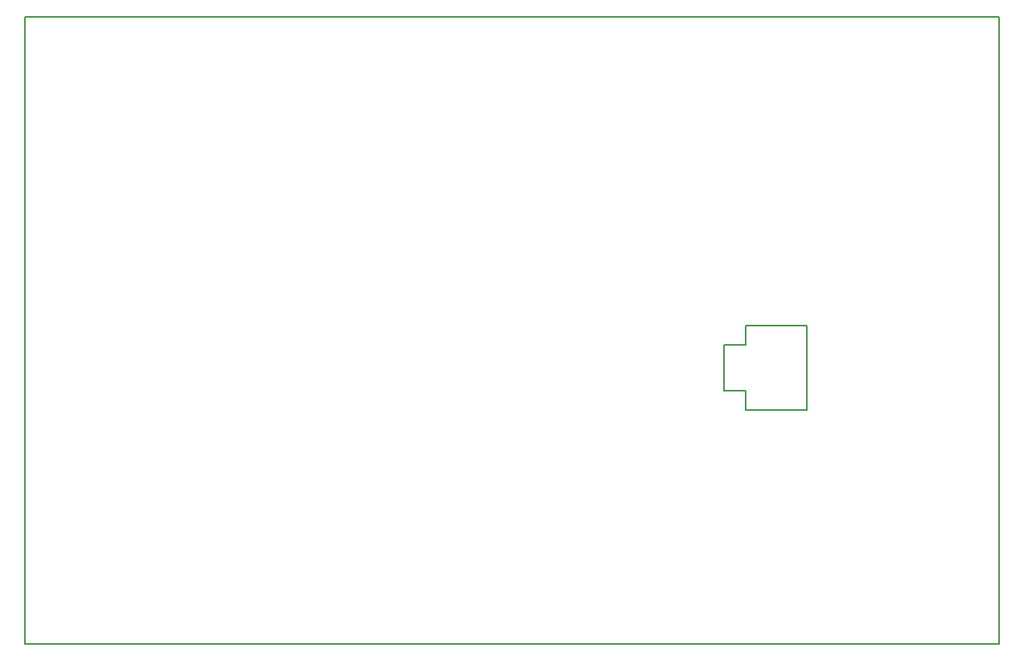
<source format=gm1>
G04 #@! TF.GenerationSoftware,KiCad,Pcbnew,5.1.2*
G04 #@! TF.CreationDate,2019-07-20T19:52:07-05:00*
G04 #@! TF.ProjectId,arduino_shield,61726475-696e-46f5-9f73-6869656c642e,rev?*
G04 #@! TF.SameCoordinates,Original*
G04 #@! TF.FileFunction,Profile,NP*
%FSLAX46Y46*%
G04 Gerber Fmt 4.6, Leading zero omitted, Abs format (unit mm)*
G04 Created by KiCad (PCBNEW 5.1.2) date 2019-07-20 19:52:07*
%MOMM*%
%LPD*%
G04 APERTURE LIST*
%ADD10C,0.150000*%
G04 APERTURE END LIST*
D10*
X96774000Y-127635000D02*
X119634000Y-127635000D01*
X96774000Y-61595000D02*
X96774000Y-127635000D01*
X119634000Y-127635000D02*
X199263000Y-127635000D01*
X199263000Y-127635000D02*
X199263000Y-126492000D01*
X199263000Y-61595000D02*
X199263000Y-62865000D01*
X96774000Y-61595000D02*
X199263000Y-61595000D01*
X199263000Y-126492000D02*
X199263000Y-126365000D01*
X170307000Y-96139000D02*
X170307000Y-100965000D01*
X172593000Y-96139000D02*
X170307000Y-96139000D01*
X172593000Y-94107000D02*
X172593000Y-96139000D01*
X172593000Y-100965000D02*
X172593000Y-102997000D01*
X170307000Y-100965000D02*
X172593000Y-100965000D01*
X179070000Y-94107000D02*
X172593000Y-94107000D01*
X179070000Y-102997000D02*
X179070000Y-94107000D01*
X172593000Y-102997000D02*
X179070000Y-102997000D01*
X199263000Y-126365000D02*
X199263000Y-62865000D01*
M02*

</source>
